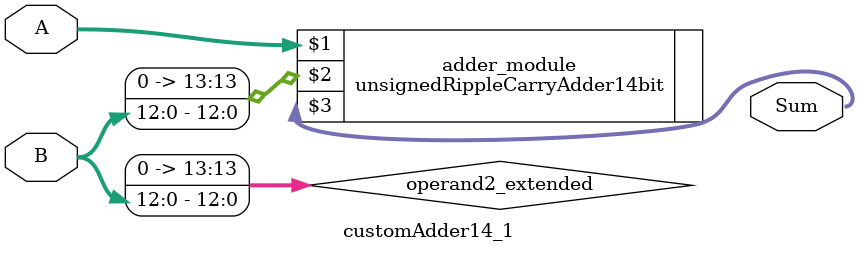
<source format=v>

module customAdder14_1(
                    input [13 : 0] A,
                    input [12 : 0] B,
                    
                    output [14 : 0] Sum
            );

    wire [13 : 0] operand2_extended;
    
    assign operand2_extended =  {1'b0, B};
    
    unsignedRippleCarryAdder14bit adder_module(
        A,
        operand2_extended,
        Sum
    );
    
endmodule
        
</source>
